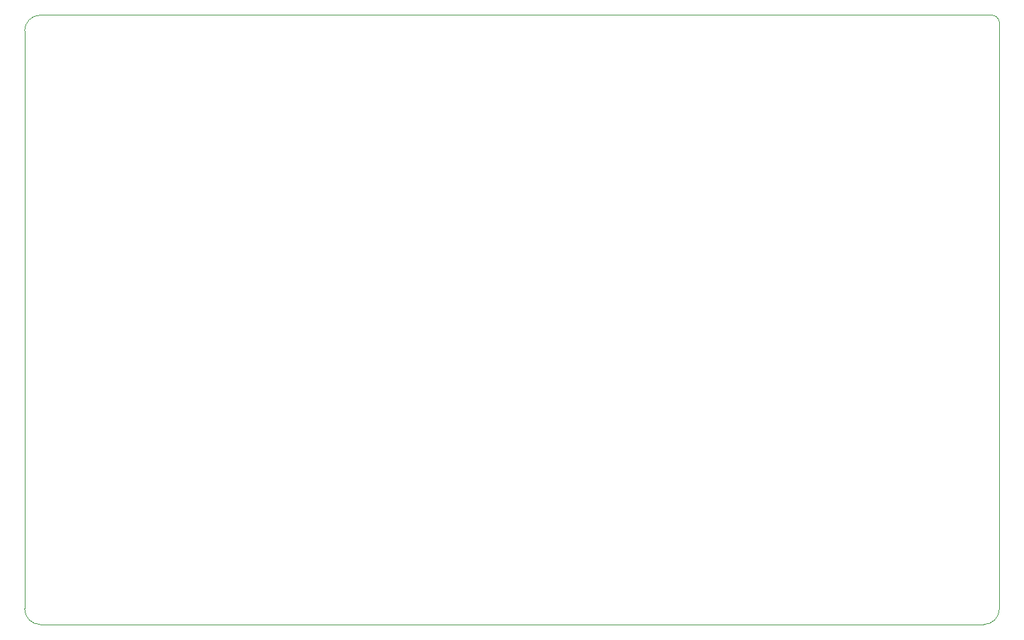
<source format=gbr>
%TF.GenerationSoftware,KiCad,Pcbnew,(5.99.0-11661-g1332208ab1)*%
%TF.CreationDate,2021-08-23T15:05:43-04:00*%
%TF.ProjectId,tapir36,74617069-7233-4362-9e6b-696361645f70,rev?*%
%TF.SameCoordinates,Original*%
%TF.FileFunction,Profile,NP*%
%FSLAX46Y46*%
G04 Gerber Fmt 4.6, Leading zero omitted, Abs format (unit mm)*
G04 Created by KiCad (PCBNEW (5.99.0-11661-g1332208ab1)) date 2021-08-23 15:05:43*
%MOMM*%
%LPD*%
G01*
G04 APERTURE LIST*
%TA.AperFunction,Profile*%
%ADD10C,0.050000*%
%TD*%
G04 APERTURE END LIST*
D10*
X104500000Y-52000000D02*
G75*
G03*
X102500000Y-54000000I0J-2000000D01*
G01*
X225500000Y-53000000D02*
G75*
G03*
X224500000Y-52000000I-1000000J0D01*
G01*
X225500000Y-127000000D02*
X225500000Y-53000000D01*
X104500000Y-129000000D02*
X223500000Y-129000000D01*
X104500000Y-129000000D02*
G75*
G02*
X102500000Y-127000000I0J2000000D01*
G01*
X223500000Y-129000000D02*
G75*
G03*
X225500000Y-127000000I0J2000000D01*
G01*
X224500000Y-52000000D02*
X104500000Y-52000000D01*
X102500000Y-54000000D02*
X102500000Y-127000000D01*
M02*

</source>
